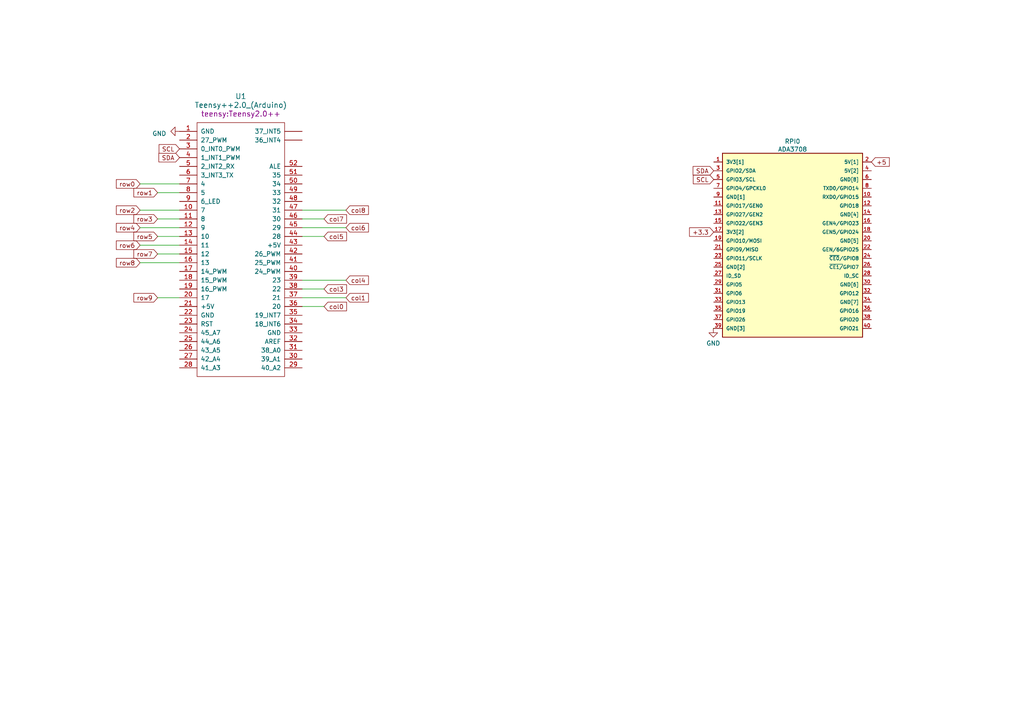
<source format=kicad_sch>
(kicad_sch (version 20210126) (generator eeschema)
  (paper "A4")
  (lib_symbols
    (symbol "ADA3708:ADA3708" (pin_names (offset 1.016))
      (property "Reference" "A" (at -20.3454 26.6954 0))
      (property "Value" "ADA3708" (at -20.3454 -30.5054 0))
      (symbol "ADA3708_0_0"
        (rectangle (start -20.32 -27.94) (end 20.32 25.4) (stroke (width 0.254)) (fill (type background)))
        (pin power_in line (at -22.86 22.86 0) (length 2.54) (name "3V3[1]") (number "1"))
        (pin bidirectional line (at 22.86 12.7 180) (length 2.54) (name "RXD0/GPIO15") (number "10"))
        (pin bidirectional line (at -22.86 10.16 0) (length 2.54) (name "GPIO17/GEN0") (number "11"))
        (pin bidirectional line (at 22.86 10.16 180) (length 2.54) (name "GPIO18") (number "12"))
        (pin bidirectional line (at -22.86 7.62 0) (length 2.54) (name "GPIO27/GEN2") (number "13"))
        (pin power_in line (at 22.86 7.62 180) (length 2.54) (name "GND[4]") (number "14"))
        (pin bidirectional line (at -22.86 5.08 0) (length 2.54) (name "GPIO22/GEN3") (number "15"))
        (pin bidirectional line (at 22.86 5.08 180) (length 2.54) (name "GEN4/GPIO23") (number "16"))
        (pin power_in line (at -22.86 2.54 0) (length 2.54) (name "3V3[2]") (number "17"))
        (pin bidirectional line (at 22.86 2.54 180) (length 2.54) (name "GEN5/GPIO24") (number "18"))
        (pin bidirectional line (at -22.86 0 0) (length 2.54) (name "GPIO10/MOSI") (number "19"))
        (pin power_in line (at 22.86 22.86 180) (length 2.54) (name "5V[1]") (number "2"))
        (pin power_in line (at 22.86 0 180) (length 2.54) (name "GND[5]") (number "20"))
        (pin bidirectional line (at -22.86 -2.54 0) (length 2.54) (name "GPIO9/MISO") (number "21"))
        (pin bidirectional line (at 22.86 -2.54 180) (length 2.54) (name "GEN/6GPIO25") (number "22"))
        (pin bidirectional line (at -22.86 -5.08 0) (length 2.54) (name "GPIO11/SCLK") (number "23"))
        (pin bidirectional line (at 22.86 -5.08 180) (length 2.54) (name "~CE0~/GPIO8") (number "24"))
        (pin power_in line (at -22.86 -7.62 0) (length 2.54) (name "GND[2]") (number "25"))
        (pin bidirectional line (at 22.86 -7.62 180) (length 2.54) (name "~CE1/~GPIO7") (number "26"))
        (pin bidirectional line (at -22.86 -10.16 0) (length 2.54) (name "ID_SD") (number "27"))
        (pin bidirectional line (at 22.86 -10.16 180) (length 2.54) (name "ID_SC") (number "28"))
        (pin bidirectional line (at -22.86 -12.7 0) (length 2.54) (name "GPIO5") (number "29"))
        (pin bidirectional line (at -22.86 20.32 0) (length 2.54) (name "GPIO2/SDA") (number "3"))
        (pin power_in line (at 22.86 -12.7 180) (length 2.54) (name "GND[6]") (number "30"))
        (pin bidirectional line (at -22.86 -15.24 0) (length 2.54) (name "GPIO6") (number "31"))
        (pin bidirectional line (at 22.86 -15.24 180) (length 2.54) (name "GPIO12") (number "32"))
        (pin bidirectional line (at -22.86 -17.78 0) (length 2.54) (name "GPIO13") (number "33"))
        (pin power_in line (at 22.86 -17.78 180) (length 2.54) (name "GND[7]") (number "34"))
        (pin bidirectional line (at -22.86 -20.32 0) (length 2.54) (name "GPIO19") (number "35"))
        (pin bidirectional line (at 22.86 -20.32 180) (length 2.54) (name "GPIO16") (number "36"))
        (pin bidirectional line (at -22.86 -22.86 0) (length 2.54) (name "GPIO26") (number "37"))
        (pin bidirectional line (at 22.86 -22.86 180) (length 2.54) (name "GPIO20") (number "38"))
        (pin power_in line (at -22.86 -25.4 0) (length 2.54) (name "GND[3]") (number "39"))
        (pin power_in line (at 22.86 20.32 180) (length 2.54) (name "5V[2]") (number "4"))
        (pin bidirectional line (at 22.86 -25.4 180) (length 2.54) (name "GPIO21") (number "40"))
        (pin bidirectional line (at -22.86 17.78 0) (length 2.54) (name "GPIO3/SCL") (number "5"))
        (pin power_in line (at 22.86 17.78 180) (length 2.54) (name "GND[8]") (number "6"))
        (pin bidirectional line (at -22.86 15.24 0) (length 2.54) (name "GPIO4/GPCKL0") (number "7"))
        (pin bidirectional line (at 22.86 15.24 180) (length 2.54) (name "TXD0/GPIO14") (number "8"))
        (pin power_in line (at -22.86 12.7 0) (length 2.54) (name "GND[1]") (number "9"))
      )
    )
    (symbol "power:GND" (power) (pin_names (offset 0))
      (property "Value" "GND" (at 0 -3.81 0))
      (symbol "GND_0_1"
        (polyline (pts (xy 0 0) (xy 0 -1.27) (xy 1.27 -1.27) (xy 0 -2.54) (xy -1.27 -1.27) (xy 0 -1.27)))
      )
      (symbol "GND_1_1"
        (pin power_in line (at 0 0 270) (length 0) hide (name "GND") (number "1"))
      )
    )
    (symbol "teensy:Teensy++2.0_(Arduino)" (pin_names (offset 1.016))
      (property "Reference" "U" (at 0 39.37 0))
      (property "Value" "Teensy++2.0_(Arduino)" (at 0 -39.37 0))
      (symbol "Teensy++2.0_(Arduino)_0_1"
        (rectangle (start -12.7 36.83) (end 12.7 -36.83))
      )
      (symbol "Teensy++2.0_(Arduino)_1_1"
        (pin power_in line (at -17.78 34.29 0) (length 5.08) (name "GND") (number "1"))
        (pin bidirectional line (at -17.78 11.43 0) (length 5.08) (name "7") (number "10"))
        (pin bidirectional line (at -17.78 8.89 0) (length 5.08) (name "8") (number "11"))
        (pin bidirectional line (at -17.78 6.35 0) (length 5.08) (name "9") (number "12"))
        (pin bidirectional line (at -17.78 3.81 0) (length 5.08) (name "10") (number "13"))
        (pin bidirectional line (at -17.78 1.27 0) (length 5.08) (name "11") (number "14"))
        (pin bidirectional line (at -17.78 -1.27 0) (length 5.08) (name "12") (number "15"))
        (pin bidirectional line (at -17.78 -3.81 0) (length 5.08) (name "13") (number "16"))
        (pin bidirectional line (at -17.78 -6.35 0) (length 5.08) (name "14_PWM") (number "17"))
        (pin bidirectional line (at -17.78 -8.89 0) (length 5.08) (name "15_PWM") (number "18"))
        (pin bidirectional line (at -17.78 -11.43 0) (length 5.08) (name "16_PWM") (number "19"))
        (pin bidirectional line (at -17.78 31.75 0) (length 5.08) (name "27_PWM") (number "2"))
        (pin bidirectional line (at -17.78 -13.97 0) (length 5.08) (name "17") (number "20"))
        (pin power_in line (at -17.78 -16.51 0) (length 5.08) (name "+5V") (number "21"))
        (pin power_in line (at -17.78 -19.05 0) (length 5.08) (name "GND") (number "22"))
        (pin input line (at -17.78 -21.59 0) (length 5.08) (name "RST") (number "23"))
        (pin bidirectional line (at -17.78 -24.13 0) (length 5.08) (name "45_A7") (number "24"))
        (pin bidirectional line (at -17.78 -26.67 0) (length 5.08) (name "44_A6") (number "25"))
        (pin bidirectional line (at -17.78 -29.21 0) (length 5.08) (name "43_A5") (number "26"))
        (pin bidirectional line (at -17.78 -31.75 0) (length 5.08) (name "42_A4") (number "27"))
        (pin bidirectional line (at -17.78 -34.29 0) (length 5.08) (name "41_A3") (number "28"))
        (pin bidirectional line (at 17.78 -34.29 180) (length 5.08) (name "40_A2") (number "29"))
        (pin bidirectional line (at -17.78 29.21 0) (length 5.08) (name "0_INT0_PWM") (number "3"))
        (pin bidirectional line (at 17.78 -31.75 180) (length 5.08) (name "39_A1") (number "30"))
        (pin bidirectional line (at 17.78 -29.21 180) (length 5.08) (name "38_A0") (number "31"))
        (pin input line (at 17.78 -26.67 180) (length 5.08) (name "AREF") (number "32"))
        (pin power_in line (at 17.78 -24.13 180) (length 5.08) (name "GND") (number "33"))
        (pin bidirectional line (at 17.78 -21.59 180) (length 5.08) (name "18_INT6") (number "34"))
        (pin bidirectional line (at 17.78 -19.05 180) (length 5.08) (name "19_INT7") (number "35"))
        (pin bidirectional line (at 17.78 -16.51 180) (length 5.08) (name "20") (number "36"))
        (pin bidirectional line (at 17.78 -13.97 180) (length 5.08) (name "21") (number "37"))
        (pin bidirectional line (at 17.78 -11.43 180) (length 5.08) (name "22") (number "38"))
        (pin bidirectional line (at 17.78 -8.89 180) (length 5.08) (name "23") (number "39"))
        (pin bidirectional line (at -17.78 26.67 0) (length 5.08) (name "1_INT1_PWM") (number "4"))
        (pin bidirectional line (at 17.78 -6.35 180) (length 5.08) (name "24_PWM") (number "40"))
        (pin bidirectional line (at 17.78 -3.81 180) (length 5.08) (name "25_PWM") (number "41"))
        (pin bidirectional line (at 17.78 -1.27 180) (length 5.08) (name "26_PWM") (number "42"))
        (pin power_in line (at 17.78 1.27 180) (length 5.08) (name "+5V") (number "43"))
        (pin bidirectional line (at 17.78 3.81 180) (length 5.08) (name "28") (number "44"))
        (pin bidirectional line (at 17.78 6.35 180) (length 5.08) (name "29") (number "45"))
        (pin bidirectional line (at 17.78 8.89 180) (length 5.08) (name "30") (number "46"))
        (pin bidirectional line (at 17.78 11.43 180) (length 5.08) (name "31") (number "47"))
        (pin bidirectional line (at 17.78 13.97 180) (length 5.08) (name "32") (number "48"))
        (pin bidirectional line (at 17.78 16.51 180) (length 5.08) (name "33") (number "49"))
        (pin bidirectional line (at -17.78 24.13 0) (length 5.08) (name "2_INT2_RX") (number "5"))
        (pin bidirectional line (at 17.78 19.05 180) (length 5.08) (name "34") (number "50"))
        (pin bidirectional line (at 17.78 21.59 180) (length 5.08) (name "35") (number "51"))
        (pin input line (at 17.78 24.13 180) (length 5.08) (name "ALE") (number "52"))
        (pin bidirectional line (at -17.78 21.59 0) (length 5.08) (name "3_INT3_TX") (number "6"))
        (pin bidirectional line (at -17.78 19.05 0) (length 5.08) (name "4") (number "7"))
        (pin bidirectional line (at -17.78 16.51 0) (length 5.08) (name "5") (number "8"))
        (pin bidirectional line (at -17.78 13.97 0) (length 5.08) (name "6_LED") (number "9"))
        (pin bidirectional line (at 17.78 31.75 180) (length 5.08) (name "36_INT4") (number "~"))
        (pin bidirectional line (at 17.78 34.29 180) (length 5.08) (name "37_INT5") (number "~"))
      )
    )
  )
  (wire (pts (xy 40.64 53.34) (xy 52.07 53.34)))
  (wire (pts (xy 40.64 60.96) (xy 52.07 60.96)))
  (wire (pts (xy 40.64 66.04) (xy 52.07 66.04)))
  (wire (pts (xy 40.64 71.12) (xy 52.07 71.12)))
  (wire (pts (xy 40.64 76.2) (xy 52.07 76.2)))
  (wire (pts (xy 45.72 55.88) (xy 52.07 55.88)))
  (wire (pts (xy 45.72 63.5) (xy 52.07 63.5)))
  (wire (pts (xy 45.72 68.58) (xy 52.07 68.58)))
  (wire (pts (xy 45.72 73.66) (xy 52.07 73.66)))
  (wire (pts (xy 45.72 86.36) (xy 52.07 86.36)))
  (wire (pts (xy 87.63 60.96) (xy 100.33 60.96)))
  (wire (pts (xy 87.63 63.5) (xy 93.98 63.5)))
  (wire (pts (xy 87.63 66.04) (xy 100.33 66.04)))
  (wire (pts (xy 87.63 68.58) (xy 93.98 68.58)))
  (wire (pts (xy 87.63 81.28) (xy 100.33 81.28)))
  (wire (pts (xy 87.63 83.82) (xy 93.98 83.82)))
  (wire (pts (xy 87.63 86.36) (xy 100.33 86.36)))
  (wire (pts (xy 87.63 88.9) (xy 93.98 88.9)))
  (wire (pts (xy 207.01 95.25) (xy 206.883 95.25)))
  (global_label "row0" (shape input) (at 40.64 53.34 180) (property "Intersheet References" "${INTERSHEET_REFS}" (effects hide)))
  (global_label "row2" (shape input) (at 40.64 60.96 180) (property "Intersheet References" "${INTERSHEET_REFS}" (effects hide)))
  (global_label "row4" (shape input) (at 40.64 66.04 180) (property "Intersheet References" "${INTERSHEET_REFS}" (effects hide)))
  (global_label "row6" (shape input) (at 40.64 71.12 180) (property "Intersheet References" "${INTERSHEET_REFS}" (effects hide)))
  (global_label "row8" (shape input) (at 40.64 76.2 180) (property "Intersheet References" "${INTERSHEET_REFS}" (effects hide)))
  (global_label "row1" (shape input) (at 45.72 55.88 180) (property "Intersheet References" "${INTERSHEET_REFS}" (effects hide)))
  (global_label "row3" (shape input) (at 45.72 63.5 180) (property "Intersheet References" "${INTERSHEET_REFS}" (effects hide)))
  (global_label "row5" (shape input) (at 45.72 68.58 180) (property "Intersheet References" "${INTERSHEET_REFS}" (effects hide)))
  (global_label "row7" (shape input) (at 45.72 73.66 180) (property "Intersheet References" "${INTERSHEET_REFS}" (effects hide)))
  (global_label "row9" (shape input) (at 45.72 86.36 180) (property "Intersheet References" "${INTERSHEET_REFS}" (effects hide)))
  (global_label "SCL" (shape input) (at 52.07 43.18 180) (property "Intersheet References" "${INTERSHEET_REFS}" (effects hide)))
  (global_label "SDA" (shape input) (at 52.07 45.72 180) (property "Intersheet References" "${INTERSHEET_REFS}" (effects hide)))
  (global_label "col7" (shape input) (at 93.98 63.5 0) (property "Intersheet References" "${INTERSHEET_REFS}" (effects hide)))
  (global_label "col5" (shape input) (at 93.98 68.58 0) (property "Intersheet References" "${INTERSHEET_REFS}" (effects hide)))
  (global_label "col3" (shape input) (at 93.98 83.82 0) (property "Intersheet References" "${INTERSHEET_REFS}" (effects hide)))
  (global_label "col0" (shape input) (at 93.98 88.9 0) (property "Intersheet References" "${INTERSHEET_REFS}" (effects hide)))
  (global_label "col8" (shape input) (at 100.33 60.96 0) (property "Intersheet References" "${INTERSHEET_REFS}" (effects hide)))
  (global_label "col6" (shape input) (at 100.33 66.04 0) (property "Intersheet References" "${INTERSHEET_REFS}" (effects hide)))
  (global_label "col4" (shape input) (at 100.33 81.28 0) (property "Intersheet References" "${INTERSHEET_REFS}" (effects hide)))
  (global_label "col1" (shape input) (at 100.33 86.36 0) (property "Intersheet References" "${INTERSHEET_REFS}" (effects hide)))
  (global_label "SDA" (shape input) (at 207.01 49.53 180) (property "Intersheet References" "${INTERSHEET_REFS}" (effects hide)))
  (global_label "SCL" (shape input) (at 207.01 52.07 180) (property "Intersheet References" "${INTERSHEET_REFS}" (effects hide)))
  (global_label "+3.3" (shape input) (at 207.01 67.31 180) (property "Intersheet References" "${INTERSHEET_REFS}" (effects hide)))
  (global_label "+5" (shape input) (at 252.73 46.99 0) (property "Intersheet References" "${INTERSHEET_REFS}" (effects hide)))
  (symbol (lib_id "power:GND") (at 52.07 38.1 270) (unit 1)
    (property "Reference" "#PWR0103" (effects hide))
    (property "Value" "GND" (at 48.26 38.7349 90) (effects (justify right)))
  )
  (symbol (lib_id "power:GND") (at 206.883 95.25 0) (unit 1)
    (property "Reference" "#PWR0101" (effects hide))
    (property "Value" "GND" (at 206.883 99.5744 0))
  )
  (symbol (lib_id "ADA3708:ADA3708") (at 229.87 69.85 0) (unit 1)
    (property "Reference" "RPI0" (at 229.87 41.0168 0))
    (property "Value" "ADA3708" (at 229.87 43.3155 0))
    (property "Footprint" "ADA3708_RPI-ZERO" (effects hide))
    (property "MANUFACTURER" "Raspberry" (effects hide))
    (property "STANDARD" "MAnufactutrer Recommendations" (effects hide))
  )
  (symbol (lib_id "teensy:Teensy++2.0_(Arduino)") (at 69.85 72.39 0) (unit 1)
    (property "Reference" "U1" (at 69.85 27.94 0) (effects (font (size 1.524 1.524))))
    (property "Value" "Teensy++2.0_(Arduino)" (at 69.85 30.48 0) (effects (font (size 1.524 1.524))))
    (property "Footprint" "teensy:Teensy2.0++" (at 69.85 33.02 0) (effects (font (size 1.524 1.524))))
  )
)
</source>
